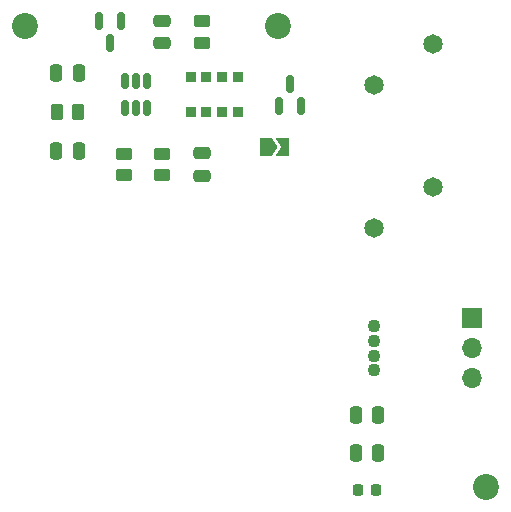
<source format=gbr>
%TF.GenerationSoftware,KiCad,Pcbnew,(6.0.5-0)*%
%TF.CreationDate,2022-07-05T23:07:10-07:00*%
%TF.ProjectId,gigablox-nano-rvp,67696761-626c-46f7-982d-6e616e6f2d72,rev?*%
%TF.SameCoordinates,PX5a1f4a0PY3e77360*%
%TF.FileFunction,Soldermask,Top*%
%TF.FilePolarity,Negative*%
%FSLAX46Y46*%
G04 Gerber Fmt 4.6, Leading zero omitted, Abs format (unit mm)*
G04 Created by KiCad (PCBNEW (6.0.5-0)) date 2022-07-05 23:07:10*
%MOMM*%
%LPD*%
G01*
G04 APERTURE LIST*
G04 Aperture macros list*
%AMRoundRect*
0 Rectangle with rounded corners*
0 $1 Rounding radius*
0 $2 $3 $4 $5 $6 $7 $8 $9 X,Y pos of 4 corners*
0 Add a 4 corners polygon primitive as box body*
4,1,4,$2,$3,$4,$5,$6,$7,$8,$9,$2,$3,0*
0 Add four circle primitives for the rounded corners*
1,1,$1+$1,$2,$3*
1,1,$1+$1,$4,$5*
1,1,$1+$1,$6,$7*
1,1,$1+$1,$8,$9*
0 Add four rect primitives between the rounded corners*
20,1,$1+$1,$2,$3,$4,$5,0*
20,1,$1+$1,$4,$5,$6,$7,0*
20,1,$1+$1,$6,$7,$8,$9,0*
20,1,$1+$1,$8,$9,$2,$3,0*%
%AMFreePoly0*
4,1,6,1.000000,0.000000,0.500000,-0.750000,-0.500000,-0.750000,-0.500000,0.750000,0.500000,0.750000,1.000000,0.000000,1.000000,0.000000,$1*%
%AMFreePoly1*
4,1,6,0.500000,-0.750000,-0.650000,-0.750000,-0.150000,0.000000,-0.650000,0.750000,0.500000,0.750000,0.500000,-0.750000,0.500000,-0.750000,$1*%
G04 Aperture macros list end*
%ADD10C,2.200000*%
%ADD11RoundRect,0.150000X-0.150000X0.587500X-0.150000X-0.587500X0.150000X-0.587500X0.150000X0.587500X0*%
%ADD12R,0.900000X0.900000*%
%ADD13RoundRect,0.250000X-0.450000X0.262500X-0.450000X-0.262500X0.450000X-0.262500X0.450000X0.262500X0*%
%ADD14RoundRect,0.250000X0.450000X-0.262500X0.450000X0.262500X-0.450000X0.262500X-0.450000X-0.262500X0*%
%ADD15RoundRect,0.250000X0.262500X0.450000X-0.262500X0.450000X-0.262500X-0.450000X0.262500X-0.450000X0*%
%ADD16RoundRect,0.150000X0.150000X-0.587500X0.150000X0.587500X-0.150000X0.587500X-0.150000X-0.587500X0*%
%ADD17FreePoly0,0.000000*%
%ADD18FreePoly1,0.000000*%
%ADD19C,1.650000*%
%ADD20C,1.100000*%
%ADD21O,1.700000X1.700000*%
%ADD22R,1.700000X1.700000*%
%ADD23RoundRect,0.150000X0.150000X-0.512500X0.150000X0.512500X-0.150000X0.512500X-0.150000X-0.512500X0*%
%ADD24RoundRect,0.218750X-0.218750X-0.256250X0.218750X-0.256250X0.218750X0.256250X-0.218750X0.256250X0*%
%ADD25RoundRect,0.250000X0.250000X0.475000X-0.250000X0.475000X-0.250000X-0.475000X0.250000X-0.475000X0*%
%ADD26RoundRect,0.250000X0.475000X-0.250000X0.475000X0.250000X-0.475000X0.250000X-0.475000X-0.250000X0*%
%ADD27RoundRect,0.250000X-0.475000X0.250000X-0.475000X-0.250000X0.475000X-0.250000X0.475000X0.250000X0*%
G04 APERTURE END LIST*
D10*
%TO.C,H3*%
X41300000Y2300000D03*
%TD*%
%TO.C,H2*%
X2300000Y41300000D03*
%TD*%
%TO.C,H1*%
X23700000Y41300000D03*
%TD*%
D11*
%TO.C,U1*%
X10450000Y41737500D03*
X8550000Y41737500D03*
X9500000Y39862500D03*
%TD*%
D12*
%TO.C,RN1*%
X16300000Y37000000D03*
X17640000Y37000000D03*
X18960000Y37000000D03*
X20300000Y37000000D03*
X20300000Y34000000D03*
X18960000Y34000000D03*
X17640000Y34000000D03*
X16300000Y34000000D03*
%TD*%
D13*
%TO.C,R4*%
X10700000Y30512500D03*
X10700000Y28687500D03*
%TD*%
D14*
%TO.C,R3*%
X13900000Y28687500D03*
X13900000Y30512500D03*
%TD*%
D15*
%TO.C,R2*%
X4987500Y34000000D03*
X6812500Y34000000D03*
%TD*%
D13*
%TO.C,R1*%
X17300000Y41712500D03*
X17300000Y39887500D03*
%TD*%
D16*
%TO.C,Q1*%
X23750000Y34562500D03*
X25650000Y34562500D03*
X24700000Y36437500D03*
%TD*%
D17*
%TO.C,JP1*%
X22675000Y31100000D03*
D18*
X24125000Y31100000D03*
%TD*%
D19*
%TO.C,J4*%
X31865000Y24225000D03*
X36865000Y27725000D03*
%TD*%
D20*
%TO.C,J3*%
X31865000Y12160000D03*
X31865000Y13410000D03*
X31865000Y14660000D03*
X31865000Y15910000D03*
%TD*%
D21*
%TO.C,J2*%
X40120000Y11525000D03*
X40120000Y14065000D03*
D22*
X40120000Y16605000D03*
%TD*%
D19*
%TO.C,J1*%
X31865000Y36290000D03*
X36865000Y39790000D03*
%TD*%
D23*
%TO.C,IC1*%
X10750000Y36637500D03*
X11700000Y36637500D03*
X12650000Y36637500D03*
X12650000Y34362500D03*
X11700000Y34362500D03*
X10750000Y34362500D03*
%TD*%
D24*
%TO.C,D1*%
X32017500Y2000000D03*
X30442500Y2000000D03*
%TD*%
D25*
%TO.C,C6*%
X6850000Y37300000D03*
X4950000Y37300000D03*
%TD*%
D26*
%TO.C,C5*%
X13900000Y41750000D03*
X13900000Y39850000D03*
%TD*%
D25*
%TO.C,C4*%
X32180000Y5175000D03*
X30280000Y5175000D03*
%TD*%
%TO.C,C3*%
X32180000Y8350000D03*
X30280000Y8350000D03*
%TD*%
D27*
%TO.C,C2*%
X17300000Y28650000D03*
X17300000Y30550000D03*
%TD*%
D25*
%TO.C,C1*%
X6850000Y30700000D03*
X4950000Y30700000D03*
%TD*%
M02*

</source>
